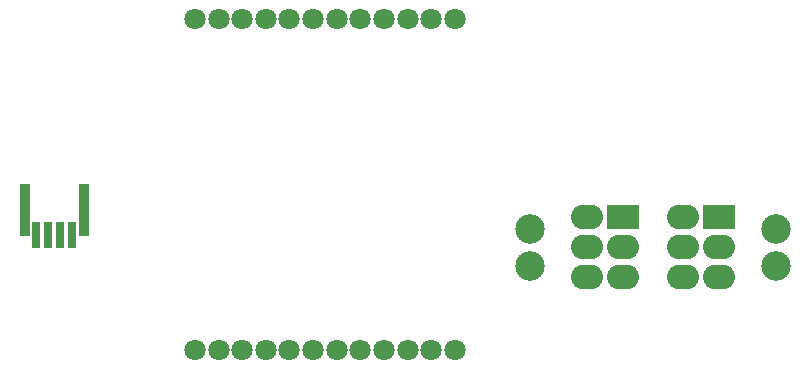
<source format=gbs>
G04 Layer_Color=16711935*
%FSLAX25Y25*%
%MOIN*%
G70*
G01*
G75*
%ADD60C,0.07099*%
%ADD61O,0.10642X0.08280*%
%ADD62R,0.10642X0.08280*%
%ADD63R,0.03556X0.17335*%
%ADD64R,0.03162X0.08674*%
%ADD65O,0.10642X0.08280*%
%ADD66C,0.09855*%
D60*
X98913Y117323D02*
D03*
X146157D02*
D03*
X138283D02*
D03*
X130409D02*
D03*
X122535D02*
D03*
X114661D02*
D03*
X106787D02*
D03*
X177653D02*
D03*
X169779D02*
D03*
X161905D02*
D03*
X154031D02*
D03*
X91039D02*
D03*
X177653Y7087D02*
D03*
X98913D02*
D03*
X106787D02*
D03*
X114661D02*
D03*
X122535D02*
D03*
X130409D02*
D03*
X138283D02*
D03*
X146157D02*
D03*
X154031D02*
D03*
X161905D02*
D03*
X169779D02*
D03*
X91039D02*
D03*
D61*
X221701Y31339D02*
D03*
X233701D02*
D03*
X221701Y41339D02*
D03*
X233701D02*
D03*
X221701Y51339D02*
D03*
X253701Y31337D02*
D03*
Y41337D02*
D03*
X265701D02*
D03*
D62*
X233701Y51339D02*
D03*
X265701Y51337D02*
D03*
D63*
X53937Y53443D02*
D03*
X34252D02*
D03*
D64*
X38189Y45176D02*
D03*
X42126D02*
D03*
X46063D02*
D03*
X50000D02*
D03*
D65*
X265701Y31337D02*
D03*
X253701Y51337D02*
D03*
D66*
X284646Y47243D02*
D03*
Y35038D02*
D03*
X202756D02*
D03*
Y47243D02*
D03*
M02*

</source>
